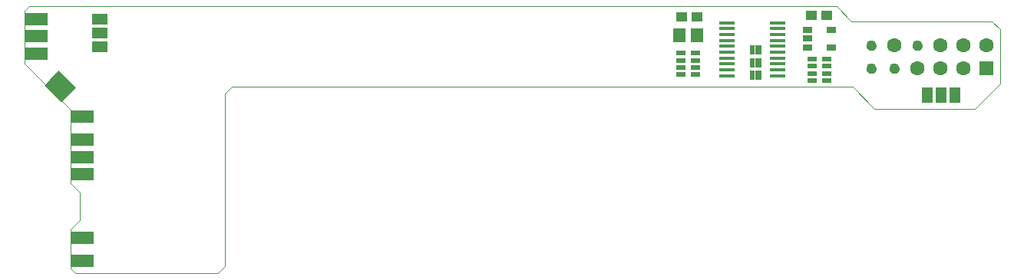
<source format=gts>
G04 EAGLE Gerber X2 export*
%TF.Part,Single*%
%TF.FileFunction,Other,solder mask top*%
%TF.FilePolarity,Positive*%
%TF.GenerationSoftware,Autodesk,EAGLE,9.5.2*%
%TF.CreationDate,2020-02-09T10:15:54Z*%
G75*
%MOMM*%
%FSLAX34Y34*%
%LPD*%
%INsolder mask top*%
%AMOC8*
5,1,8,0,0,1.08239X$1,22.5*%
G01*
%ADD10C,0.000000*%
%ADD11R,2.641600X1.371600*%
%ADD12R,1.371600X2.641600*%
%ADD13R,1.601600X1.601600*%
%ADD14C,1.601600*%
%ADD15C,1.101600*%
%ADD16R,1.270000X1.701800*%
%ADD17R,1.401600X1.601600*%
%ADD18R,1.701600X0.451600*%
%ADD19R,1.000000X0.600000*%
%ADD20R,1.201600X1.101600*%
%ADD21R,0.609600X0.990600*%
%ADD22R,0.152400X1.092200*%
%ADD23R,1.701800X1.270000*%
%ADD24R,1.091600X0.791600*%


D10*
X0Y232410D02*
X50800Y181610D01*
X50800Y100330D01*
X60960Y90170D01*
X60960Y59690D01*
X50800Y49530D01*
X50800Y6350D01*
X55880Y1270D01*
X213360Y1270D01*
X1075690Y210820D02*
X1075690Y270510D01*
X0Y290830D02*
X0Y232410D01*
X0Y290830D02*
X5080Y295910D01*
X220980Y8890D02*
X213360Y1270D01*
X220980Y8890D02*
X220980Y199390D01*
X228600Y207010D01*
X913130Y207010D01*
X895350Y295910D02*
X5080Y295910D01*
X913130Y207010D02*
X937260Y182880D01*
X1047750Y182880D01*
X1075690Y210820D01*
X911860Y279400D02*
X895350Y295910D01*
X911860Y279400D02*
X1066800Y279400D01*
X1075690Y270510D01*
D11*
X63500Y110490D03*
X63500Y173990D03*
X63500Y129540D03*
X63500Y40640D03*
D12*
G36*
X56098Y206330D02*
X46400Y196632D01*
X27722Y215310D01*
X37420Y225008D01*
X56098Y206330D01*
G37*
D11*
X63500Y15240D03*
X63500Y148590D03*
D12*
G36*
X49748Y199980D02*
X40050Y190282D01*
X21372Y208960D01*
X31070Y218658D01*
X49748Y199980D01*
G37*
D13*
X1060450Y227330D03*
D14*
X1060450Y252730D03*
X1035050Y227330D03*
X1035050Y252730D03*
X1009650Y227330D03*
X1009650Y252730D03*
X958850Y252730D03*
D10*
X953850Y227330D02*
X953852Y227471D01*
X953858Y227612D01*
X953868Y227752D01*
X953882Y227892D01*
X953900Y228032D01*
X953921Y228171D01*
X953947Y228310D01*
X953976Y228448D01*
X954010Y228584D01*
X954047Y228720D01*
X954088Y228855D01*
X954133Y228989D01*
X954182Y229121D01*
X954234Y229252D01*
X954290Y229381D01*
X954350Y229508D01*
X954413Y229634D01*
X954479Y229758D01*
X954550Y229881D01*
X954623Y230001D01*
X954700Y230119D01*
X954780Y230235D01*
X954864Y230348D01*
X954950Y230459D01*
X955040Y230568D01*
X955133Y230674D01*
X955228Y230777D01*
X955327Y230878D01*
X955428Y230976D01*
X955532Y231071D01*
X955639Y231163D01*
X955748Y231252D01*
X955860Y231337D01*
X955974Y231420D01*
X956090Y231500D01*
X956209Y231576D01*
X956330Y231648D01*
X956452Y231718D01*
X956577Y231783D01*
X956703Y231846D01*
X956831Y231904D01*
X956961Y231959D01*
X957092Y232011D01*
X957225Y232058D01*
X957359Y232102D01*
X957494Y232143D01*
X957630Y232179D01*
X957767Y232211D01*
X957905Y232240D01*
X958043Y232265D01*
X958183Y232285D01*
X958323Y232302D01*
X958463Y232315D01*
X958604Y232324D01*
X958744Y232329D01*
X958885Y232330D01*
X959026Y232327D01*
X959167Y232320D01*
X959307Y232309D01*
X959447Y232294D01*
X959587Y232275D01*
X959726Y232253D01*
X959864Y232226D01*
X960002Y232196D01*
X960138Y232161D01*
X960274Y232123D01*
X960408Y232081D01*
X960542Y232035D01*
X960674Y231986D01*
X960804Y231932D01*
X960933Y231875D01*
X961060Y231815D01*
X961186Y231751D01*
X961309Y231683D01*
X961431Y231612D01*
X961551Y231538D01*
X961668Y231460D01*
X961783Y231379D01*
X961896Y231295D01*
X962007Y231208D01*
X962115Y231117D01*
X962220Y231024D01*
X962323Y230927D01*
X962423Y230828D01*
X962520Y230726D01*
X962614Y230621D01*
X962705Y230514D01*
X962793Y230404D01*
X962878Y230292D01*
X962960Y230177D01*
X963039Y230060D01*
X963114Y229941D01*
X963186Y229820D01*
X963254Y229697D01*
X963319Y229572D01*
X963381Y229445D01*
X963438Y229316D01*
X963493Y229186D01*
X963543Y229055D01*
X963590Y228922D01*
X963633Y228788D01*
X963672Y228652D01*
X963707Y228516D01*
X963739Y228379D01*
X963766Y228241D01*
X963790Y228102D01*
X963810Y227962D01*
X963826Y227822D01*
X963838Y227682D01*
X963846Y227541D01*
X963850Y227400D01*
X963850Y227260D01*
X963846Y227119D01*
X963838Y226978D01*
X963826Y226838D01*
X963810Y226698D01*
X963790Y226558D01*
X963766Y226419D01*
X963739Y226281D01*
X963707Y226144D01*
X963672Y226008D01*
X963633Y225872D01*
X963590Y225738D01*
X963543Y225605D01*
X963493Y225474D01*
X963438Y225344D01*
X963381Y225215D01*
X963319Y225088D01*
X963254Y224963D01*
X963186Y224840D01*
X963114Y224719D01*
X963039Y224600D01*
X962960Y224483D01*
X962878Y224368D01*
X962793Y224256D01*
X962705Y224146D01*
X962614Y224039D01*
X962520Y223934D01*
X962423Y223832D01*
X962323Y223733D01*
X962220Y223636D01*
X962115Y223543D01*
X962007Y223452D01*
X961896Y223365D01*
X961783Y223281D01*
X961668Y223200D01*
X961551Y223122D01*
X961431Y223048D01*
X961309Y222977D01*
X961186Y222909D01*
X961060Y222845D01*
X960933Y222785D01*
X960804Y222728D01*
X960674Y222674D01*
X960542Y222625D01*
X960408Y222579D01*
X960274Y222537D01*
X960138Y222499D01*
X960002Y222464D01*
X959864Y222434D01*
X959726Y222407D01*
X959587Y222385D01*
X959447Y222366D01*
X959307Y222351D01*
X959167Y222340D01*
X959026Y222333D01*
X958885Y222330D01*
X958744Y222331D01*
X958604Y222336D01*
X958463Y222345D01*
X958323Y222358D01*
X958183Y222375D01*
X958043Y222395D01*
X957905Y222420D01*
X957767Y222449D01*
X957630Y222481D01*
X957494Y222517D01*
X957359Y222558D01*
X957225Y222602D01*
X957092Y222649D01*
X956961Y222701D01*
X956831Y222756D01*
X956703Y222814D01*
X956577Y222877D01*
X956452Y222942D01*
X956330Y223012D01*
X956209Y223084D01*
X956090Y223160D01*
X955974Y223240D01*
X955860Y223323D01*
X955748Y223408D01*
X955639Y223497D01*
X955532Y223589D01*
X955428Y223684D01*
X955327Y223782D01*
X955228Y223883D01*
X955133Y223986D01*
X955040Y224092D01*
X954950Y224201D01*
X954864Y224312D01*
X954780Y224425D01*
X954700Y224541D01*
X954623Y224659D01*
X954550Y224779D01*
X954479Y224902D01*
X954413Y225026D01*
X954350Y225152D01*
X954290Y225279D01*
X954234Y225408D01*
X954182Y225539D01*
X954133Y225671D01*
X954088Y225805D01*
X954047Y225940D01*
X954010Y226076D01*
X953976Y226212D01*
X953947Y226350D01*
X953921Y226489D01*
X953900Y226628D01*
X953882Y226768D01*
X953868Y226908D01*
X953858Y227048D01*
X953852Y227189D01*
X953850Y227330D01*
D15*
X958850Y227330D03*
D10*
X928450Y227330D02*
X928452Y227471D01*
X928458Y227612D01*
X928468Y227752D01*
X928482Y227892D01*
X928500Y228032D01*
X928521Y228171D01*
X928547Y228310D01*
X928576Y228448D01*
X928610Y228584D01*
X928647Y228720D01*
X928688Y228855D01*
X928733Y228989D01*
X928782Y229121D01*
X928834Y229252D01*
X928890Y229381D01*
X928950Y229508D01*
X929013Y229634D01*
X929079Y229758D01*
X929150Y229881D01*
X929223Y230001D01*
X929300Y230119D01*
X929380Y230235D01*
X929464Y230348D01*
X929550Y230459D01*
X929640Y230568D01*
X929733Y230674D01*
X929828Y230777D01*
X929927Y230878D01*
X930028Y230976D01*
X930132Y231071D01*
X930239Y231163D01*
X930348Y231252D01*
X930460Y231337D01*
X930574Y231420D01*
X930690Y231500D01*
X930809Y231576D01*
X930930Y231648D01*
X931052Y231718D01*
X931177Y231783D01*
X931303Y231846D01*
X931431Y231904D01*
X931561Y231959D01*
X931692Y232011D01*
X931825Y232058D01*
X931959Y232102D01*
X932094Y232143D01*
X932230Y232179D01*
X932367Y232211D01*
X932505Y232240D01*
X932643Y232265D01*
X932783Y232285D01*
X932923Y232302D01*
X933063Y232315D01*
X933204Y232324D01*
X933344Y232329D01*
X933485Y232330D01*
X933626Y232327D01*
X933767Y232320D01*
X933907Y232309D01*
X934047Y232294D01*
X934187Y232275D01*
X934326Y232253D01*
X934464Y232226D01*
X934602Y232196D01*
X934738Y232161D01*
X934874Y232123D01*
X935008Y232081D01*
X935142Y232035D01*
X935274Y231986D01*
X935404Y231932D01*
X935533Y231875D01*
X935660Y231815D01*
X935786Y231751D01*
X935909Y231683D01*
X936031Y231612D01*
X936151Y231538D01*
X936268Y231460D01*
X936383Y231379D01*
X936496Y231295D01*
X936607Y231208D01*
X936715Y231117D01*
X936820Y231024D01*
X936923Y230927D01*
X937023Y230828D01*
X937120Y230726D01*
X937214Y230621D01*
X937305Y230514D01*
X937393Y230404D01*
X937478Y230292D01*
X937560Y230177D01*
X937639Y230060D01*
X937714Y229941D01*
X937786Y229820D01*
X937854Y229697D01*
X937919Y229572D01*
X937981Y229445D01*
X938038Y229316D01*
X938093Y229186D01*
X938143Y229055D01*
X938190Y228922D01*
X938233Y228788D01*
X938272Y228652D01*
X938307Y228516D01*
X938339Y228379D01*
X938366Y228241D01*
X938390Y228102D01*
X938410Y227962D01*
X938426Y227822D01*
X938438Y227682D01*
X938446Y227541D01*
X938450Y227400D01*
X938450Y227260D01*
X938446Y227119D01*
X938438Y226978D01*
X938426Y226838D01*
X938410Y226698D01*
X938390Y226558D01*
X938366Y226419D01*
X938339Y226281D01*
X938307Y226144D01*
X938272Y226008D01*
X938233Y225872D01*
X938190Y225738D01*
X938143Y225605D01*
X938093Y225474D01*
X938038Y225344D01*
X937981Y225215D01*
X937919Y225088D01*
X937854Y224963D01*
X937786Y224840D01*
X937714Y224719D01*
X937639Y224600D01*
X937560Y224483D01*
X937478Y224368D01*
X937393Y224256D01*
X937305Y224146D01*
X937214Y224039D01*
X937120Y223934D01*
X937023Y223832D01*
X936923Y223733D01*
X936820Y223636D01*
X936715Y223543D01*
X936607Y223452D01*
X936496Y223365D01*
X936383Y223281D01*
X936268Y223200D01*
X936151Y223122D01*
X936031Y223048D01*
X935909Y222977D01*
X935786Y222909D01*
X935660Y222845D01*
X935533Y222785D01*
X935404Y222728D01*
X935274Y222674D01*
X935142Y222625D01*
X935008Y222579D01*
X934874Y222537D01*
X934738Y222499D01*
X934602Y222464D01*
X934464Y222434D01*
X934326Y222407D01*
X934187Y222385D01*
X934047Y222366D01*
X933907Y222351D01*
X933767Y222340D01*
X933626Y222333D01*
X933485Y222330D01*
X933344Y222331D01*
X933204Y222336D01*
X933063Y222345D01*
X932923Y222358D01*
X932783Y222375D01*
X932643Y222395D01*
X932505Y222420D01*
X932367Y222449D01*
X932230Y222481D01*
X932094Y222517D01*
X931959Y222558D01*
X931825Y222602D01*
X931692Y222649D01*
X931561Y222701D01*
X931431Y222756D01*
X931303Y222814D01*
X931177Y222877D01*
X931052Y222942D01*
X930930Y223012D01*
X930809Y223084D01*
X930690Y223160D01*
X930574Y223240D01*
X930460Y223323D01*
X930348Y223408D01*
X930239Y223497D01*
X930132Y223589D01*
X930028Y223684D01*
X929927Y223782D01*
X929828Y223883D01*
X929733Y223986D01*
X929640Y224092D01*
X929550Y224201D01*
X929464Y224312D01*
X929380Y224425D01*
X929300Y224541D01*
X929223Y224659D01*
X929150Y224779D01*
X929079Y224902D01*
X929013Y225026D01*
X928950Y225152D01*
X928890Y225279D01*
X928834Y225408D01*
X928782Y225539D01*
X928733Y225671D01*
X928688Y225805D01*
X928647Y225940D01*
X928610Y226076D01*
X928576Y226212D01*
X928547Y226350D01*
X928521Y226489D01*
X928500Y226628D01*
X928482Y226768D01*
X928468Y226908D01*
X928458Y227048D01*
X928452Y227189D01*
X928450Y227330D01*
D15*
X933450Y227330D03*
D10*
X928450Y252730D02*
X928452Y252871D01*
X928458Y253012D01*
X928468Y253152D01*
X928482Y253292D01*
X928500Y253432D01*
X928521Y253571D01*
X928547Y253710D01*
X928576Y253848D01*
X928610Y253984D01*
X928647Y254120D01*
X928688Y254255D01*
X928733Y254389D01*
X928782Y254521D01*
X928834Y254652D01*
X928890Y254781D01*
X928950Y254908D01*
X929013Y255034D01*
X929079Y255158D01*
X929150Y255281D01*
X929223Y255401D01*
X929300Y255519D01*
X929380Y255635D01*
X929464Y255748D01*
X929550Y255859D01*
X929640Y255968D01*
X929733Y256074D01*
X929828Y256177D01*
X929927Y256278D01*
X930028Y256376D01*
X930132Y256471D01*
X930239Y256563D01*
X930348Y256652D01*
X930460Y256737D01*
X930574Y256820D01*
X930690Y256900D01*
X930809Y256976D01*
X930930Y257048D01*
X931052Y257118D01*
X931177Y257183D01*
X931303Y257246D01*
X931431Y257304D01*
X931561Y257359D01*
X931692Y257411D01*
X931825Y257458D01*
X931959Y257502D01*
X932094Y257543D01*
X932230Y257579D01*
X932367Y257611D01*
X932505Y257640D01*
X932643Y257665D01*
X932783Y257685D01*
X932923Y257702D01*
X933063Y257715D01*
X933204Y257724D01*
X933344Y257729D01*
X933485Y257730D01*
X933626Y257727D01*
X933767Y257720D01*
X933907Y257709D01*
X934047Y257694D01*
X934187Y257675D01*
X934326Y257653D01*
X934464Y257626D01*
X934602Y257596D01*
X934738Y257561D01*
X934874Y257523D01*
X935008Y257481D01*
X935142Y257435D01*
X935274Y257386D01*
X935404Y257332D01*
X935533Y257275D01*
X935660Y257215D01*
X935786Y257151D01*
X935909Y257083D01*
X936031Y257012D01*
X936151Y256938D01*
X936268Y256860D01*
X936383Y256779D01*
X936496Y256695D01*
X936607Y256608D01*
X936715Y256517D01*
X936820Y256424D01*
X936923Y256327D01*
X937023Y256228D01*
X937120Y256126D01*
X937214Y256021D01*
X937305Y255914D01*
X937393Y255804D01*
X937478Y255692D01*
X937560Y255577D01*
X937639Y255460D01*
X937714Y255341D01*
X937786Y255220D01*
X937854Y255097D01*
X937919Y254972D01*
X937981Y254845D01*
X938038Y254716D01*
X938093Y254586D01*
X938143Y254455D01*
X938190Y254322D01*
X938233Y254188D01*
X938272Y254052D01*
X938307Y253916D01*
X938339Y253779D01*
X938366Y253641D01*
X938390Y253502D01*
X938410Y253362D01*
X938426Y253222D01*
X938438Y253082D01*
X938446Y252941D01*
X938450Y252800D01*
X938450Y252660D01*
X938446Y252519D01*
X938438Y252378D01*
X938426Y252238D01*
X938410Y252098D01*
X938390Y251958D01*
X938366Y251819D01*
X938339Y251681D01*
X938307Y251544D01*
X938272Y251408D01*
X938233Y251272D01*
X938190Y251138D01*
X938143Y251005D01*
X938093Y250874D01*
X938038Y250744D01*
X937981Y250615D01*
X937919Y250488D01*
X937854Y250363D01*
X937786Y250240D01*
X937714Y250119D01*
X937639Y250000D01*
X937560Y249883D01*
X937478Y249768D01*
X937393Y249656D01*
X937305Y249546D01*
X937214Y249439D01*
X937120Y249334D01*
X937023Y249232D01*
X936923Y249133D01*
X936820Y249036D01*
X936715Y248943D01*
X936607Y248852D01*
X936496Y248765D01*
X936383Y248681D01*
X936268Y248600D01*
X936151Y248522D01*
X936031Y248448D01*
X935909Y248377D01*
X935786Y248309D01*
X935660Y248245D01*
X935533Y248185D01*
X935404Y248128D01*
X935274Y248074D01*
X935142Y248025D01*
X935008Y247979D01*
X934874Y247937D01*
X934738Y247899D01*
X934602Y247864D01*
X934464Y247834D01*
X934326Y247807D01*
X934187Y247785D01*
X934047Y247766D01*
X933907Y247751D01*
X933767Y247740D01*
X933626Y247733D01*
X933485Y247730D01*
X933344Y247731D01*
X933204Y247736D01*
X933063Y247745D01*
X932923Y247758D01*
X932783Y247775D01*
X932643Y247795D01*
X932505Y247820D01*
X932367Y247849D01*
X932230Y247881D01*
X932094Y247917D01*
X931959Y247958D01*
X931825Y248002D01*
X931692Y248049D01*
X931561Y248101D01*
X931431Y248156D01*
X931303Y248214D01*
X931177Y248277D01*
X931052Y248342D01*
X930930Y248412D01*
X930809Y248484D01*
X930690Y248560D01*
X930574Y248640D01*
X930460Y248723D01*
X930348Y248808D01*
X930239Y248897D01*
X930132Y248989D01*
X930028Y249084D01*
X929927Y249182D01*
X929828Y249283D01*
X929733Y249386D01*
X929640Y249492D01*
X929550Y249601D01*
X929464Y249712D01*
X929380Y249825D01*
X929300Y249941D01*
X929223Y250059D01*
X929150Y250179D01*
X929079Y250302D01*
X929013Y250426D01*
X928950Y250552D01*
X928890Y250679D01*
X928834Y250808D01*
X928782Y250939D01*
X928733Y251071D01*
X928688Y251205D01*
X928647Y251340D01*
X928610Y251476D01*
X928576Y251612D01*
X928547Y251750D01*
X928521Y251889D01*
X928500Y252028D01*
X928482Y252168D01*
X928468Y252308D01*
X928458Y252448D01*
X928452Y252589D01*
X928450Y252730D01*
D15*
X933450Y252730D03*
D14*
X984250Y227330D03*
D10*
X979250Y252730D02*
X979252Y252871D01*
X979258Y253012D01*
X979268Y253152D01*
X979282Y253292D01*
X979300Y253432D01*
X979321Y253571D01*
X979347Y253710D01*
X979376Y253848D01*
X979410Y253984D01*
X979447Y254120D01*
X979488Y254255D01*
X979533Y254389D01*
X979582Y254521D01*
X979634Y254652D01*
X979690Y254781D01*
X979750Y254908D01*
X979813Y255034D01*
X979879Y255158D01*
X979950Y255281D01*
X980023Y255401D01*
X980100Y255519D01*
X980180Y255635D01*
X980264Y255748D01*
X980350Y255859D01*
X980440Y255968D01*
X980533Y256074D01*
X980628Y256177D01*
X980727Y256278D01*
X980828Y256376D01*
X980932Y256471D01*
X981039Y256563D01*
X981148Y256652D01*
X981260Y256737D01*
X981374Y256820D01*
X981490Y256900D01*
X981609Y256976D01*
X981730Y257048D01*
X981852Y257118D01*
X981977Y257183D01*
X982103Y257246D01*
X982231Y257304D01*
X982361Y257359D01*
X982492Y257411D01*
X982625Y257458D01*
X982759Y257502D01*
X982894Y257543D01*
X983030Y257579D01*
X983167Y257611D01*
X983305Y257640D01*
X983443Y257665D01*
X983583Y257685D01*
X983723Y257702D01*
X983863Y257715D01*
X984004Y257724D01*
X984144Y257729D01*
X984285Y257730D01*
X984426Y257727D01*
X984567Y257720D01*
X984707Y257709D01*
X984847Y257694D01*
X984987Y257675D01*
X985126Y257653D01*
X985264Y257626D01*
X985402Y257596D01*
X985538Y257561D01*
X985674Y257523D01*
X985808Y257481D01*
X985942Y257435D01*
X986074Y257386D01*
X986204Y257332D01*
X986333Y257275D01*
X986460Y257215D01*
X986586Y257151D01*
X986709Y257083D01*
X986831Y257012D01*
X986951Y256938D01*
X987068Y256860D01*
X987183Y256779D01*
X987296Y256695D01*
X987407Y256608D01*
X987515Y256517D01*
X987620Y256424D01*
X987723Y256327D01*
X987823Y256228D01*
X987920Y256126D01*
X988014Y256021D01*
X988105Y255914D01*
X988193Y255804D01*
X988278Y255692D01*
X988360Y255577D01*
X988439Y255460D01*
X988514Y255341D01*
X988586Y255220D01*
X988654Y255097D01*
X988719Y254972D01*
X988781Y254845D01*
X988838Y254716D01*
X988893Y254586D01*
X988943Y254455D01*
X988990Y254322D01*
X989033Y254188D01*
X989072Y254052D01*
X989107Y253916D01*
X989139Y253779D01*
X989166Y253641D01*
X989190Y253502D01*
X989210Y253362D01*
X989226Y253222D01*
X989238Y253082D01*
X989246Y252941D01*
X989250Y252800D01*
X989250Y252660D01*
X989246Y252519D01*
X989238Y252378D01*
X989226Y252238D01*
X989210Y252098D01*
X989190Y251958D01*
X989166Y251819D01*
X989139Y251681D01*
X989107Y251544D01*
X989072Y251408D01*
X989033Y251272D01*
X988990Y251138D01*
X988943Y251005D01*
X988893Y250874D01*
X988838Y250744D01*
X988781Y250615D01*
X988719Y250488D01*
X988654Y250363D01*
X988586Y250240D01*
X988514Y250119D01*
X988439Y250000D01*
X988360Y249883D01*
X988278Y249768D01*
X988193Y249656D01*
X988105Y249546D01*
X988014Y249439D01*
X987920Y249334D01*
X987823Y249232D01*
X987723Y249133D01*
X987620Y249036D01*
X987515Y248943D01*
X987407Y248852D01*
X987296Y248765D01*
X987183Y248681D01*
X987068Y248600D01*
X986951Y248522D01*
X986831Y248448D01*
X986709Y248377D01*
X986586Y248309D01*
X986460Y248245D01*
X986333Y248185D01*
X986204Y248128D01*
X986074Y248074D01*
X985942Y248025D01*
X985808Y247979D01*
X985674Y247937D01*
X985538Y247899D01*
X985402Y247864D01*
X985264Y247834D01*
X985126Y247807D01*
X984987Y247785D01*
X984847Y247766D01*
X984707Y247751D01*
X984567Y247740D01*
X984426Y247733D01*
X984285Y247730D01*
X984144Y247731D01*
X984004Y247736D01*
X983863Y247745D01*
X983723Y247758D01*
X983583Y247775D01*
X983443Y247795D01*
X983305Y247820D01*
X983167Y247849D01*
X983030Y247881D01*
X982894Y247917D01*
X982759Y247958D01*
X982625Y248002D01*
X982492Y248049D01*
X982361Y248101D01*
X982231Y248156D01*
X982103Y248214D01*
X981977Y248277D01*
X981852Y248342D01*
X981730Y248412D01*
X981609Y248484D01*
X981490Y248560D01*
X981374Y248640D01*
X981260Y248723D01*
X981148Y248808D01*
X981039Y248897D01*
X980932Y248989D01*
X980828Y249084D01*
X980727Y249182D01*
X980628Y249283D01*
X980533Y249386D01*
X980440Y249492D01*
X980350Y249601D01*
X980264Y249712D01*
X980180Y249825D01*
X980100Y249941D01*
X980023Y250059D01*
X979950Y250179D01*
X979879Y250302D01*
X979813Y250426D01*
X979750Y250552D01*
X979690Y250679D01*
X979634Y250808D01*
X979582Y250939D01*
X979533Y251071D01*
X979488Y251205D01*
X979447Y251340D01*
X979410Y251476D01*
X979376Y251612D01*
X979347Y251750D01*
X979321Y251889D01*
X979300Y252028D01*
X979282Y252168D01*
X979268Y252308D01*
X979258Y252448D01*
X979252Y252589D01*
X979250Y252730D01*
D15*
X984250Y252730D03*
D16*
X1026160Y198120D03*
X1010920Y198120D03*
X995680Y198120D03*
D17*
X722020Y264160D03*
X741020Y264160D03*
D18*
X774640Y277870D03*
X774640Y271370D03*
X774640Y264870D03*
X774640Y258370D03*
X774640Y251870D03*
X774640Y245370D03*
X774640Y238870D03*
X774640Y232370D03*
X774640Y225870D03*
X774640Y219370D03*
X830640Y219370D03*
X830640Y225870D03*
X830640Y232370D03*
X830640Y238870D03*
X830640Y245370D03*
X830640Y251870D03*
X830640Y258370D03*
X830640Y264870D03*
X830640Y271370D03*
X830640Y277870D03*
D19*
X739520Y220410D03*
X739520Y228410D03*
X739520Y236410D03*
X739520Y244410D03*
X723520Y244410D03*
X723520Y236410D03*
X723520Y228410D03*
X723520Y220410D03*
D11*
X12700Y243840D03*
X12700Y262890D03*
X12700Y281940D03*
D19*
X868300Y238060D03*
X868300Y230060D03*
X868300Y222060D03*
X868300Y214060D03*
X884300Y214060D03*
X884300Y222060D03*
X884300Y230060D03*
X884300Y238060D03*
D20*
X741290Y284480D03*
X724290Y284480D03*
D21*
X802640Y247650D03*
X810260Y247650D03*
D22*
X806450Y247650D03*
D21*
X802640Y233680D03*
X810260Y233680D03*
D22*
X806450Y233680D03*
D21*
X802640Y219710D03*
X810260Y219710D03*
D22*
X806450Y219710D03*
D23*
X82550Y281940D03*
X82550Y266700D03*
X82550Y251460D03*
D24*
X863400Y269850D03*
X863400Y260350D03*
X863400Y250850D03*
X889300Y250850D03*
X889300Y269850D03*
D20*
X884800Y285750D03*
X867800Y285750D03*
M02*

</source>
